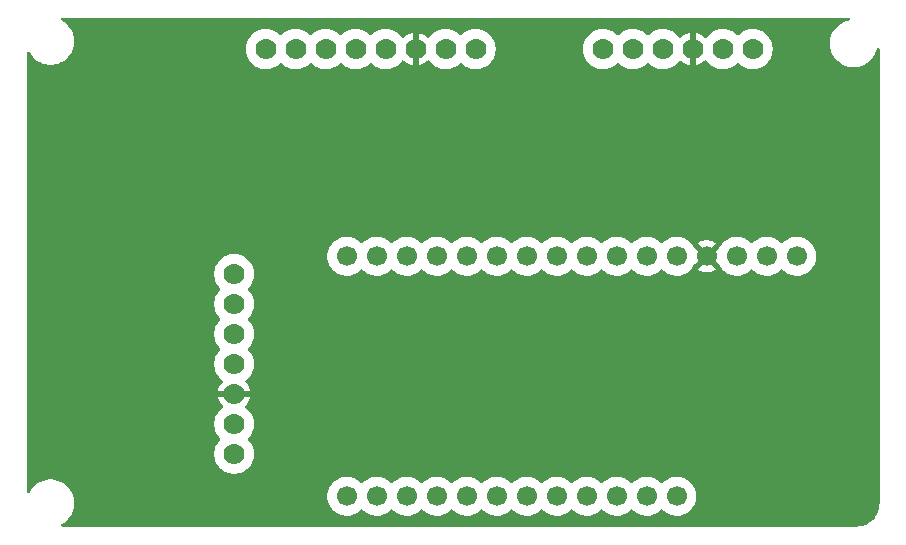
<source format=gbr>
%TF.GenerationSoftware,KiCad,Pcbnew,9.0.7*%
%TF.CreationDate,2026-02-03T16:32:22-08:00*%
%TF.ProjectId,BasicDatalogger,42617369-6344-4617-9461-6c6f67676572,rev?*%
%TF.SameCoordinates,Original*%
%TF.FileFunction,Copper,L2,Inr*%
%TF.FilePolarity,Positive*%
%FSLAX46Y46*%
G04 Gerber Fmt 4.6, Leading zero omitted, Abs format (unit mm)*
G04 Created by KiCad (PCBNEW 9.0.7) date 2026-02-03 16:32:22*
%MOMM*%
%LPD*%
G01*
G04 APERTURE LIST*
%TA.AperFunction,ComponentPad*%
%ADD10C,1.700000*%
%TD*%
%TA.AperFunction,ComponentPad*%
%ADD11C,1.778000*%
%TD*%
%TA.AperFunction,ViaPad*%
%ADD12C,0.900000*%
%TD*%
G04 APERTURE END LIST*
D10*
%TO.N,unconnected-(U1-VBat-Pad28)*%
%TO.C,U1*%
X128920000Y-70320000D03*
%TO.N,unconnected-(U1-ENABLE-Pad27)*%
X126380000Y-70320000D03*
%TO.N,unconnected-(U1-Vbus-Pad26)*%
X123840000Y-70320000D03*
%TO.N,unconnected-(U1-D13{slash}GPIO13-Pad25)*%
X121300000Y-70320000D03*
%TO.N,unconnected-(U1-D12{slash}GPIO12-Pad24)*%
X118760000Y-70320000D03*
%TO.N,unconnected-(U1-D11{slash}GPIO11-Pad23)*%
X116220000Y-70320000D03*
%TO.N,unconnected-(U1-D10{slash}GPIO10-Pad22)*%
X113680000Y-70320000D03*
%TO.N,unconnected-(U1-D9{slash}GPIO9-Pad21)*%
X111140000Y-70320000D03*
%TO.N,unconnected-(U1-D6{slash}GPIO8-Pad20)*%
X108600000Y-70320000D03*
%TO.N,unconnected-(U1-D5{slash}GPIO7-Pad19)*%
X106060000Y-70320000D03*
%TO.N,/SCL*%
X103520000Y-70320000D03*
%TO.N,/SDA*%
X100980000Y-70320000D03*
%TO.N,unconnected-(U1-D4{slash}GPIO6-Pad16)*%
X100980000Y-50000000D03*
%TO.N,unconnected-(U1-TX{slash}GPIO0-Pad15)*%
X103520000Y-50000000D03*
%TO.N,/CS*%
X106060000Y-50000000D03*
%TO.N,/MISO*%
X108600000Y-50000000D03*
%TO.N,/MOSI*%
X111140000Y-50000000D03*
%TO.N,/SCK*%
X113680000Y-50000000D03*
%TO.N,unconnected-(U1-D25{slash}GPIO25-Pad10)*%
X116220000Y-50000000D03*
%TO.N,unconnected-(U1-D24{slash}GPIO24-Pad9)*%
X118760000Y-50000000D03*
%TO.N,unconnected-(U1-A3{slash}GPIO29-Pad8)*%
X121300000Y-50000000D03*
%TO.N,unconnected-(U1-A2{slash}GPIO28-Pad7)*%
X123840000Y-50000000D03*
%TO.N,unconnected-(U1-A1{slash}GPIO27-Pad6)*%
X126380000Y-50000000D03*
%TO.N,unconnected-(U1-A0{slash}GPIO26-Pad5)*%
X128920000Y-50000000D03*
%TO.N,/GND*%
X131460000Y-50000000D03*
%TO.N,/3V3*%
X134000000Y-50000000D03*
X136540000Y-50000000D03*
%TO.N,unconnected-(U1-RESET-Pad1)*%
X139080000Y-50000000D03*
%TD*%
D11*
%TO.N,/3V3*%
%TO.C,U4*%
X91450000Y-66720000D03*
%TO.N,unconnected-(U4-3V3-Pad2)*%
X91450000Y-64180000D03*
%TO.N,/GND*%
X91450000Y-61640000D03*
%TO.N,/SCK*%
X91450000Y-59100000D03*
%TO.N,/MISO*%
X91450000Y-56560000D03*
%TO.N,/MOSI*%
X91450000Y-54020000D03*
%TO.N,/CS*%
X91450000Y-51480000D03*
%TD*%
%TO.N,/3V3*%
%TO.C,U3*%
X135350000Y-32450000D03*
%TO.N,unconnected-(U3-3Vo-Pad2)*%
X132810000Y-32450000D03*
%TO.N,/GND*%
X130270000Y-32450000D03*
%TO.N,/SCL*%
X127730000Y-32450000D03*
%TO.N,/SDA*%
X125190000Y-32450000D03*
%TO.N,unconnected-(U3-INT2-Pad6)*%
X122650000Y-32450000D03*
%TD*%
%TO.N,unconnected-(U2-INT-Pad8)*%
%TO.C,U2*%
X94110000Y-32450000D03*
%TO.N,unconnected-(U2-CS-Pad7)*%
X96650000Y-32450000D03*
%TO.N,/SDA*%
X99190000Y-32450000D03*
%TO.N,unconnected-(U2-SDO-Pad5)*%
X101730000Y-32450000D03*
%TO.N,/SCL*%
X104270000Y-32450000D03*
%TO.N,/GND*%
X106810000Y-32450000D03*
%TO.N,unconnected-(U2-3Vo-Pad2)*%
X109350000Y-32450000D03*
%TO.N,/3V3*%
X111890000Y-32450000D03*
%TD*%
D12*
%TO.N,/GND*%
X93400000Y-61700000D03*
X89300000Y-61600000D03*
X131400000Y-47000000D03*
X130300000Y-34200000D03*
X106700000Y-34400000D03*
X134200000Y-57000000D03*
X79700000Y-70900000D03*
X77700000Y-42000000D03*
X85600000Y-32600000D03*
X100300000Y-57300000D03*
X97000000Y-70400000D03*
X86900000Y-41200000D03*
X81300000Y-53200000D03*
X97100000Y-49800000D03*
X97900000Y-53800000D03*
X121000000Y-64300000D03*
%TD*%
%TA.AperFunction,Conductor*%
%TO.N,/GND*%
G36*
X143504477Y-29820185D02*
G01*
X143550232Y-29872989D01*
X143560176Y-29942147D01*
X143531151Y-30005703D01*
X143472373Y-30043477D01*
X143469565Y-30044265D01*
X143339859Y-30079020D01*
X143255581Y-30101602D01*
X143255571Y-30101605D01*
X143013309Y-30201953D01*
X143013299Y-30201958D01*
X142786196Y-30333075D01*
X142578148Y-30492718D01*
X142392718Y-30678148D01*
X142233075Y-30886196D01*
X142101958Y-31113299D01*
X142101953Y-31113309D01*
X142001605Y-31355571D01*
X142001602Y-31355581D01*
X141933730Y-31608885D01*
X141899500Y-31868872D01*
X141899500Y-32131127D01*
X141926123Y-32333339D01*
X141933730Y-32391116D01*
X141982365Y-32572624D01*
X142001602Y-32644418D01*
X142001605Y-32644428D01*
X142101953Y-32886690D01*
X142101958Y-32886700D01*
X142233075Y-33113803D01*
X142392718Y-33321851D01*
X142392726Y-33321860D01*
X142578140Y-33507274D01*
X142578148Y-33507281D01*
X142786196Y-33666924D01*
X143013299Y-33798041D01*
X143013309Y-33798046D01*
X143255571Y-33898394D01*
X143255581Y-33898398D01*
X143508884Y-33966270D01*
X143768880Y-34000500D01*
X143768887Y-34000500D01*
X144031113Y-34000500D01*
X144031120Y-34000500D01*
X144291116Y-33966270D01*
X144544419Y-33898398D01*
X144741614Y-33816717D01*
X144786690Y-33798046D01*
X144786691Y-33798045D01*
X144786697Y-33798043D01*
X145013803Y-33666924D01*
X145221851Y-33507282D01*
X145221855Y-33507277D01*
X145221860Y-33507274D01*
X145407274Y-33321860D01*
X145407277Y-33321855D01*
X145407282Y-33321851D01*
X145566924Y-33113803D01*
X145698043Y-32886697D01*
X145798398Y-32644419D01*
X145855725Y-32430467D01*
X145892090Y-32370808D01*
X145954937Y-32340279D01*
X146024312Y-32348574D01*
X146078190Y-32393059D01*
X146099465Y-32459611D01*
X146099500Y-32462562D01*
X146099500Y-70895933D01*
X146099235Y-70904043D01*
X146082925Y-71152883D01*
X146080807Y-71168964D01*
X146032954Y-71409535D01*
X146028756Y-71425202D01*
X145949909Y-71657479D01*
X145943702Y-71672465D01*
X145835212Y-71892460D01*
X145827102Y-71906507D01*
X145690825Y-72110460D01*
X145680951Y-72123328D01*
X145519218Y-72307749D01*
X145507749Y-72319218D01*
X145323328Y-72480951D01*
X145310460Y-72490825D01*
X145106507Y-72627102D01*
X145092460Y-72635212D01*
X144872465Y-72743702D01*
X144857479Y-72749909D01*
X144625202Y-72828756D01*
X144609535Y-72832954D01*
X144368964Y-72880807D01*
X144352883Y-72882925D01*
X144104043Y-72899235D01*
X144095933Y-72899500D01*
X76900538Y-72899500D01*
X76833499Y-72879815D01*
X76787744Y-72827011D01*
X76777800Y-72757853D01*
X76806825Y-72694297D01*
X76838538Y-72668113D01*
X77013803Y-72566924D01*
X77221851Y-72407282D01*
X77221855Y-72407277D01*
X77221860Y-72407274D01*
X77407274Y-72221860D01*
X77407277Y-72221855D01*
X77407282Y-72221851D01*
X77566924Y-72013803D01*
X77698043Y-71786697D01*
X77798398Y-71544419D01*
X77866270Y-71291116D01*
X77900500Y-71031120D01*
X77900500Y-70768880D01*
X77866270Y-70508884D01*
X77798398Y-70255581D01*
X77771274Y-70190097D01*
X99329500Y-70190097D01*
X99329500Y-70449902D01*
X99370140Y-70706493D01*
X99450422Y-70953576D01*
X99531534Y-71112764D01*
X99560169Y-71168964D01*
X99568368Y-71185054D01*
X99702758Y-71370026D01*
X99721069Y-71395229D01*
X99904771Y-71578931D01*
X100114949Y-71731634D01*
X100212777Y-71781480D01*
X100346423Y-71849577D01*
X100346425Y-71849577D01*
X100346428Y-71849579D01*
X100593507Y-71929860D01*
X100725706Y-71950797D01*
X100850098Y-71970500D01*
X100850103Y-71970500D01*
X101109902Y-71970500D01*
X101223298Y-71952539D01*
X101366493Y-71929860D01*
X101613572Y-71849579D01*
X101845051Y-71731634D01*
X102055229Y-71578931D01*
X102162319Y-71471841D01*
X102223642Y-71438356D01*
X102293334Y-71443340D01*
X102337681Y-71471841D01*
X102444771Y-71578931D01*
X102654949Y-71731634D01*
X102752777Y-71781480D01*
X102886423Y-71849577D01*
X102886425Y-71849577D01*
X102886428Y-71849579D01*
X103133507Y-71929860D01*
X103265706Y-71950797D01*
X103390098Y-71970500D01*
X103390103Y-71970500D01*
X103649902Y-71970500D01*
X103763298Y-71952539D01*
X103906493Y-71929860D01*
X104153572Y-71849579D01*
X104385051Y-71731634D01*
X104595229Y-71578931D01*
X104702319Y-71471841D01*
X104763642Y-71438356D01*
X104833334Y-71443340D01*
X104877681Y-71471841D01*
X104984771Y-71578931D01*
X105194949Y-71731634D01*
X105292777Y-71781480D01*
X105426423Y-71849577D01*
X105426425Y-71849577D01*
X105426428Y-71849579D01*
X105673507Y-71929860D01*
X105805706Y-71950797D01*
X105930098Y-71970500D01*
X105930103Y-71970500D01*
X106189902Y-71970500D01*
X106303298Y-71952539D01*
X106446493Y-71929860D01*
X106693572Y-71849579D01*
X106925051Y-71731634D01*
X107135229Y-71578931D01*
X107242319Y-71471841D01*
X107303642Y-71438356D01*
X107373334Y-71443340D01*
X107417681Y-71471841D01*
X107524771Y-71578931D01*
X107734949Y-71731634D01*
X107832777Y-71781480D01*
X107966423Y-71849577D01*
X107966425Y-71849577D01*
X107966428Y-71849579D01*
X108213507Y-71929860D01*
X108345706Y-71950797D01*
X108470098Y-71970500D01*
X108470103Y-71970500D01*
X108729902Y-71970500D01*
X108843298Y-71952539D01*
X108986493Y-71929860D01*
X109233572Y-71849579D01*
X109465051Y-71731634D01*
X109675229Y-71578931D01*
X109782319Y-71471841D01*
X109843642Y-71438356D01*
X109913334Y-71443340D01*
X109957681Y-71471841D01*
X110064771Y-71578931D01*
X110274949Y-71731634D01*
X110372777Y-71781480D01*
X110506423Y-71849577D01*
X110506425Y-71849577D01*
X110506428Y-71849579D01*
X110753507Y-71929860D01*
X110885706Y-71950797D01*
X111010098Y-71970500D01*
X111010103Y-71970500D01*
X111269902Y-71970500D01*
X111383298Y-71952539D01*
X111526493Y-71929860D01*
X111773572Y-71849579D01*
X112005051Y-71731634D01*
X112215229Y-71578931D01*
X112322319Y-71471841D01*
X112383642Y-71438356D01*
X112453334Y-71443340D01*
X112497681Y-71471841D01*
X112604771Y-71578931D01*
X112814949Y-71731634D01*
X112912777Y-71781480D01*
X113046423Y-71849577D01*
X113046425Y-71849577D01*
X113046428Y-71849579D01*
X113293507Y-71929860D01*
X113425706Y-71950797D01*
X113550098Y-71970500D01*
X113550103Y-71970500D01*
X113809902Y-71970500D01*
X113923298Y-71952539D01*
X114066493Y-71929860D01*
X114313572Y-71849579D01*
X114545051Y-71731634D01*
X114755229Y-71578931D01*
X114862319Y-71471841D01*
X114923642Y-71438356D01*
X114993334Y-71443340D01*
X115037681Y-71471841D01*
X115144771Y-71578931D01*
X115354949Y-71731634D01*
X115452777Y-71781480D01*
X115586423Y-71849577D01*
X115586425Y-71849577D01*
X115586428Y-71849579D01*
X115833507Y-71929860D01*
X115965706Y-71950797D01*
X116090098Y-71970500D01*
X116090103Y-71970500D01*
X116349902Y-71970500D01*
X116463298Y-71952539D01*
X116606493Y-71929860D01*
X116853572Y-71849579D01*
X117085051Y-71731634D01*
X117295229Y-71578931D01*
X117402319Y-71471841D01*
X117463642Y-71438356D01*
X117533334Y-71443340D01*
X117577681Y-71471841D01*
X117684771Y-71578931D01*
X117894949Y-71731634D01*
X117992777Y-71781480D01*
X118126423Y-71849577D01*
X118126425Y-71849577D01*
X118126428Y-71849579D01*
X118373507Y-71929860D01*
X118505706Y-71950797D01*
X118630098Y-71970500D01*
X118630103Y-71970500D01*
X118889902Y-71970500D01*
X119003298Y-71952539D01*
X119146493Y-71929860D01*
X119393572Y-71849579D01*
X119625051Y-71731634D01*
X119835229Y-71578931D01*
X119942319Y-71471841D01*
X120003642Y-71438356D01*
X120073334Y-71443340D01*
X120117681Y-71471841D01*
X120224771Y-71578931D01*
X120434949Y-71731634D01*
X120532777Y-71781480D01*
X120666423Y-71849577D01*
X120666425Y-71849577D01*
X120666428Y-71849579D01*
X120913507Y-71929860D01*
X121045706Y-71950797D01*
X121170098Y-71970500D01*
X121170103Y-71970500D01*
X121429902Y-71970500D01*
X121543298Y-71952539D01*
X121686493Y-71929860D01*
X121933572Y-71849579D01*
X122165051Y-71731634D01*
X122375229Y-71578931D01*
X122482319Y-71471841D01*
X122543642Y-71438356D01*
X122613334Y-71443340D01*
X122657681Y-71471841D01*
X122764771Y-71578931D01*
X122974949Y-71731634D01*
X123072777Y-71781480D01*
X123206423Y-71849577D01*
X123206425Y-71849577D01*
X123206428Y-71849579D01*
X123453507Y-71929860D01*
X123585706Y-71950797D01*
X123710098Y-71970500D01*
X123710103Y-71970500D01*
X123969902Y-71970500D01*
X124083298Y-71952539D01*
X124226493Y-71929860D01*
X124473572Y-71849579D01*
X124705051Y-71731634D01*
X124915229Y-71578931D01*
X125022319Y-71471841D01*
X125083642Y-71438356D01*
X125153334Y-71443340D01*
X125197681Y-71471841D01*
X125304771Y-71578931D01*
X125514949Y-71731634D01*
X125612777Y-71781480D01*
X125746423Y-71849577D01*
X125746425Y-71849577D01*
X125746428Y-71849579D01*
X125993507Y-71929860D01*
X126125706Y-71950797D01*
X126250098Y-71970500D01*
X126250103Y-71970500D01*
X126509902Y-71970500D01*
X126623298Y-71952539D01*
X126766493Y-71929860D01*
X127013572Y-71849579D01*
X127245051Y-71731634D01*
X127455229Y-71578931D01*
X127562319Y-71471841D01*
X127623642Y-71438356D01*
X127693334Y-71443340D01*
X127737681Y-71471841D01*
X127844771Y-71578931D01*
X128054949Y-71731634D01*
X128152777Y-71781480D01*
X128286423Y-71849577D01*
X128286425Y-71849577D01*
X128286428Y-71849579D01*
X128533507Y-71929860D01*
X128665706Y-71950797D01*
X128790098Y-71970500D01*
X128790103Y-71970500D01*
X129049902Y-71970500D01*
X129163298Y-71952539D01*
X129306493Y-71929860D01*
X129553572Y-71849579D01*
X129785051Y-71731634D01*
X129995229Y-71578931D01*
X130178931Y-71395229D01*
X130331634Y-71185051D01*
X130449579Y-70953572D01*
X130529860Y-70706493D01*
X130552539Y-70563298D01*
X130570500Y-70449902D01*
X130570500Y-70190097D01*
X130542498Y-70013303D01*
X130529860Y-69933507D01*
X130449579Y-69686428D01*
X130449577Y-69686425D01*
X130449577Y-69686423D01*
X130394403Y-69578140D01*
X130331634Y-69454949D01*
X130178931Y-69244771D01*
X129995229Y-69061069D01*
X129785051Y-68908366D01*
X129712764Y-68871534D01*
X129553576Y-68790422D01*
X129306493Y-68710140D01*
X129049902Y-68669500D01*
X129049897Y-68669500D01*
X128790103Y-68669500D01*
X128790098Y-68669500D01*
X128533506Y-68710140D01*
X128286423Y-68790422D01*
X128054945Y-68908368D01*
X127844774Y-69061066D01*
X127844768Y-69061071D01*
X127737681Y-69168159D01*
X127676358Y-69201644D01*
X127606666Y-69196660D01*
X127562319Y-69168159D01*
X127455231Y-69061071D01*
X127455225Y-69061066D01*
X127245054Y-68908368D01*
X127245053Y-68908367D01*
X127245051Y-68908366D01*
X127172764Y-68871534D01*
X127013576Y-68790422D01*
X126766493Y-68710140D01*
X126509902Y-68669500D01*
X126509897Y-68669500D01*
X126250103Y-68669500D01*
X126250098Y-68669500D01*
X125993506Y-68710140D01*
X125746423Y-68790422D01*
X125514945Y-68908368D01*
X125304774Y-69061066D01*
X125304768Y-69061071D01*
X125197681Y-69168159D01*
X125136358Y-69201644D01*
X125066666Y-69196660D01*
X125022319Y-69168159D01*
X124915231Y-69061071D01*
X124915225Y-69061066D01*
X124705054Y-68908368D01*
X124705053Y-68908367D01*
X124705051Y-68908366D01*
X124632764Y-68871534D01*
X124473576Y-68790422D01*
X124226493Y-68710140D01*
X123969902Y-68669500D01*
X123969897Y-68669500D01*
X123710103Y-68669500D01*
X123710098Y-68669500D01*
X123453506Y-68710140D01*
X123206423Y-68790422D01*
X122974945Y-68908368D01*
X122764774Y-69061066D01*
X122764768Y-69061071D01*
X122657681Y-69168159D01*
X122596358Y-69201644D01*
X122526666Y-69196660D01*
X122482319Y-69168159D01*
X122375231Y-69061071D01*
X122375225Y-69061066D01*
X122165054Y-68908368D01*
X122165053Y-68908367D01*
X122165051Y-68908366D01*
X122092764Y-68871534D01*
X121933576Y-68790422D01*
X121686493Y-68710140D01*
X121429902Y-68669500D01*
X121429897Y-68669500D01*
X121170103Y-68669500D01*
X121170098Y-68669500D01*
X120913506Y-68710140D01*
X120666423Y-68790422D01*
X120434945Y-68908368D01*
X120224774Y-69061066D01*
X120224768Y-69061071D01*
X120117681Y-69168159D01*
X120056358Y-69201644D01*
X119986666Y-69196660D01*
X119942319Y-69168159D01*
X119835231Y-69061071D01*
X119835225Y-69061066D01*
X119625054Y-68908368D01*
X119625053Y-68908367D01*
X119625051Y-68908366D01*
X119552764Y-68871534D01*
X119393576Y-68790422D01*
X119146493Y-68710140D01*
X118889902Y-68669500D01*
X118889897Y-68669500D01*
X118630103Y-68669500D01*
X118630098Y-68669500D01*
X118373506Y-68710140D01*
X118126423Y-68790422D01*
X117894945Y-68908368D01*
X117684774Y-69061066D01*
X117684768Y-69061071D01*
X117577681Y-69168159D01*
X117516358Y-69201644D01*
X117446666Y-69196660D01*
X117402319Y-69168159D01*
X117295231Y-69061071D01*
X117295225Y-69061066D01*
X117085054Y-68908368D01*
X117085053Y-68908367D01*
X117085051Y-68908366D01*
X117012764Y-68871534D01*
X116853576Y-68790422D01*
X116606493Y-68710140D01*
X116349902Y-68669500D01*
X116349897Y-68669500D01*
X116090103Y-68669500D01*
X116090098Y-68669500D01*
X115833506Y-68710140D01*
X115586423Y-68790422D01*
X115354945Y-68908368D01*
X115144774Y-69061066D01*
X115144768Y-69061071D01*
X115037681Y-69168159D01*
X114976358Y-69201644D01*
X114906666Y-69196660D01*
X114862319Y-69168159D01*
X114755231Y-69061071D01*
X114755225Y-69061066D01*
X114545054Y-68908368D01*
X114545053Y-68908367D01*
X114545051Y-68908366D01*
X114472764Y-68871534D01*
X114313576Y-68790422D01*
X114066493Y-68710140D01*
X113809902Y-68669500D01*
X113809897Y-68669500D01*
X113550103Y-68669500D01*
X113550098Y-68669500D01*
X113293506Y-68710140D01*
X113046423Y-68790422D01*
X112814945Y-68908368D01*
X112604774Y-69061066D01*
X112604768Y-69061071D01*
X112497681Y-69168159D01*
X112436358Y-69201644D01*
X112366666Y-69196660D01*
X112322319Y-69168159D01*
X112215231Y-69061071D01*
X112215225Y-69061066D01*
X112005054Y-68908368D01*
X112005053Y-68908367D01*
X112005051Y-68908366D01*
X111932764Y-68871534D01*
X111773576Y-68790422D01*
X111526493Y-68710140D01*
X111269902Y-68669500D01*
X111269897Y-68669500D01*
X111010103Y-68669500D01*
X111010098Y-68669500D01*
X110753506Y-68710140D01*
X110506423Y-68790422D01*
X110274945Y-68908368D01*
X110064774Y-69061066D01*
X110064768Y-69061071D01*
X109957681Y-69168159D01*
X109896358Y-69201644D01*
X109826666Y-69196660D01*
X109782319Y-69168159D01*
X109675231Y-69061071D01*
X109675225Y-69061066D01*
X109465054Y-68908368D01*
X109465053Y-68908367D01*
X109465051Y-68908366D01*
X109392764Y-68871534D01*
X109233576Y-68790422D01*
X108986493Y-68710140D01*
X108729902Y-68669500D01*
X108729897Y-68669500D01*
X108470103Y-68669500D01*
X108470098Y-68669500D01*
X108213506Y-68710140D01*
X107966423Y-68790422D01*
X107734945Y-68908368D01*
X107524774Y-69061066D01*
X107524768Y-69061071D01*
X107417681Y-69168159D01*
X107356358Y-69201644D01*
X107286666Y-69196660D01*
X107242319Y-69168159D01*
X107135231Y-69061071D01*
X107135225Y-69061066D01*
X106925054Y-68908368D01*
X106925053Y-68908367D01*
X106925051Y-68908366D01*
X106852764Y-68871534D01*
X106693576Y-68790422D01*
X106446493Y-68710140D01*
X106189902Y-68669500D01*
X106189897Y-68669500D01*
X105930103Y-68669500D01*
X105930098Y-68669500D01*
X105673506Y-68710140D01*
X105426423Y-68790422D01*
X105194945Y-68908368D01*
X104984774Y-69061066D01*
X104984768Y-69061071D01*
X104877681Y-69168159D01*
X104816358Y-69201644D01*
X104746666Y-69196660D01*
X104702319Y-69168159D01*
X104595231Y-69061071D01*
X104595225Y-69061066D01*
X104385054Y-68908368D01*
X104385053Y-68908367D01*
X104385051Y-68908366D01*
X104312764Y-68871534D01*
X104153576Y-68790422D01*
X103906493Y-68710140D01*
X103649902Y-68669500D01*
X103649897Y-68669500D01*
X103390103Y-68669500D01*
X103390098Y-68669500D01*
X103133506Y-68710140D01*
X102886423Y-68790422D01*
X102654945Y-68908368D01*
X102444774Y-69061066D01*
X102444768Y-69061071D01*
X102337681Y-69168159D01*
X102276358Y-69201644D01*
X102206666Y-69196660D01*
X102162319Y-69168159D01*
X102055231Y-69061071D01*
X102055225Y-69061066D01*
X101845054Y-68908368D01*
X101845053Y-68908367D01*
X101845051Y-68908366D01*
X101772764Y-68871534D01*
X101613576Y-68790422D01*
X101366493Y-68710140D01*
X101109902Y-68669500D01*
X101109897Y-68669500D01*
X100850103Y-68669500D01*
X100850098Y-68669500D01*
X100593506Y-68710140D01*
X100346423Y-68790422D01*
X100114945Y-68908368D01*
X99904774Y-69061066D01*
X99904768Y-69061071D01*
X99721071Y-69244768D01*
X99721066Y-69244774D01*
X99568368Y-69454945D01*
X99450422Y-69686423D01*
X99370140Y-69933506D01*
X99329500Y-70190097D01*
X77771274Y-70190097D01*
X77700204Y-70018520D01*
X77698046Y-70013309D01*
X77698041Y-70013299D01*
X77566924Y-69786196D01*
X77407281Y-69578148D01*
X77407274Y-69578140D01*
X77221860Y-69392726D01*
X77221851Y-69392718D01*
X77013803Y-69233075D01*
X76786700Y-69101958D01*
X76786690Y-69101953D01*
X76544428Y-69001605D01*
X76544421Y-69001603D01*
X76544419Y-69001602D01*
X76291116Y-68933730D01*
X76233339Y-68926123D01*
X76031127Y-68899500D01*
X76031120Y-68899500D01*
X75768880Y-68899500D01*
X75768872Y-68899500D01*
X75537772Y-68929926D01*
X75508884Y-68933730D01*
X75255581Y-69001602D01*
X75255571Y-69001605D01*
X75013309Y-69101953D01*
X75013299Y-69101958D01*
X74786196Y-69233075D01*
X74578148Y-69392718D01*
X74392718Y-69578148D01*
X74233075Y-69786196D01*
X74131887Y-69961462D01*
X74081320Y-70009677D01*
X74012713Y-70022901D01*
X73947849Y-69996933D01*
X73907320Y-69940019D01*
X73900500Y-69899462D01*
X73900500Y-51369256D01*
X89760500Y-51369256D01*
X89760500Y-51590743D01*
X89789408Y-51810311D01*
X89846729Y-52024239D01*
X89931480Y-52228846D01*
X89931485Y-52228857D01*
X90042213Y-52420642D01*
X90042224Y-52420658D01*
X90177039Y-52596353D01*
X90177045Y-52596360D01*
X90243004Y-52662319D01*
X90276489Y-52723642D01*
X90271505Y-52793334D01*
X90243004Y-52837681D01*
X90177045Y-52903639D01*
X90177039Y-52903646D01*
X90042224Y-53079341D01*
X90042213Y-53079357D01*
X89931485Y-53271142D01*
X89931480Y-53271153D01*
X89846729Y-53475760D01*
X89789408Y-53689688D01*
X89760500Y-53909256D01*
X89760500Y-54130743D01*
X89789408Y-54350311D01*
X89846729Y-54564239D01*
X89931480Y-54768846D01*
X89931485Y-54768857D01*
X90042213Y-54960642D01*
X90042224Y-54960658D01*
X90177039Y-55136353D01*
X90177045Y-55136360D01*
X90243004Y-55202319D01*
X90276489Y-55263642D01*
X90271505Y-55333334D01*
X90243004Y-55377681D01*
X90177045Y-55443639D01*
X90177039Y-55443646D01*
X90042224Y-55619341D01*
X90042213Y-55619357D01*
X89931485Y-55811142D01*
X89931480Y-55811153D01*
X89846729Y-56015760D01*
X89789408Y-56229688D01*
X89760500Y-56449256D01*
X89760500Y-56670743D01*
X89789408Y-56890311D01*
X89846729Y-57104239D01*
X89931480Y-57308846D01*
X89931485Y-57308857D01*
X90042213Y-57500642D01*
X90042224Y-57500658D01*
X90177039Y-57676353D01*
X90177045Y-57676360D01*
X90243004Y-57742319D01*
X90276489Y-57803642D01*
X90271505Y-57873334D01*
X90243004Y-57917681D01*
X90177045Y-57983639D01*
X90177039Y-57983646D01*
X90042224Y-58159341D01*
X90042213Y-58159357D01*
X89931485Y-58351142D01*
X89931480Y-58351153D01*
X89846729Y-58555760D01*
X89789408Y-58769688D01*
X89760500Y-58989256D01*
X89760500Y-59210743D01*
X89789408Y-59430311D01*
X89846729Y-59644239D01*
X89931480Y-59848846D01*
X89931485Y-59848857D01*
X90042213Y-60040642D01*
X90042224Y-60040658D01*
X90177039Y-60216353D01*
X90177045Y-60216360D01*
X90333639Y-60372954D01*
X90333646Y-60372960D01*
X90458579Y-60468824D01*
X90499782Y-60525252D01*
X90503937Y-60594998D01*
X90470775Y-60654880D01*
X90390528Y-60735128D01*
X90390524Y-60735133D01*
X90262023Y-60912001D01*
X90162762Y-61106808D01*
X90162761Y-61106811D01*
X90095201Y-61314741D01*
X90083282Y-61390000D01*
X91016988Y-61390000D01*
X90984075Y-61447007D01*
X90950000Y-61574174D01*
X90950000Y-61705826D01*
X90984075Y-61832993D01*
X91016988Y-61890000D01*
X90083282Y-61890000D01*
X90095201Y-61965258D01*
X90162761Y-62173188D01*
X90162762Y-62173191D01*
X90262023Y-62367998D01*
X90390524Y-62544866D01*
X90390528Y-62544871D01*
X90470774Y-62625117D01*
X90504259Y-62686440D01*
X90499275Y-62756132D01*
X90458580Y-62811173D01*
X90333649Y-62907037D01*
X90333639Y-62907045D01*
X90177045Y-63063639D01*
X90177039Y-63063646D01*
X90042224Y-63239341D01*
X90042213Y-63239357D01*
X89931485Y-63431142D01*
X89931480Y-63431153D01*
X89846729Y-63635760D01*
X89789408Y-63849688D01*
X89760500Y-64069256D01*
X89760500Y-64290743D01*
X89789408Y-64510311D01*
X89846729Y-64724239D01*
X89931480Y-64928846D01*
X89931485Y-64928857D01*
X90042213Y-65120642D01*
X90042224Y-65120658D01*
X90177039Y-65296353D01*
X90177045Y-65296360D01*
X90243004Y-65362319D01*
X90276489Y-65423642D01*
X90271505Y-65493334D01*
X90243004Y-65537681D01*
X90177045Y-65603639D01*
X90177039Y-65603646D01*
X90042224Y-65779341D01*
X90042213Y-65779357D01*
X89931485Y-65971142D01*
X89931480Y-65971153D01*
X89846729Y-66175760D01*
X89789408Y-66389688D01*
X89760500Y-66609256D01*
X89760500Y-66830743D01*
X89789408Y-67050311D01*
X89846729Y-67264239D01*
X89931480Y-67468846D01*
X89931485Y-67468857D01*
X90042213Y-67660642D01*
X90042224Y-67660658D01*
X90177039Y-67836353D01*
X90177045Y-67836360D01*
X90333639Y-67992954D01*
X90333645Y-67992959D01*
X90509350Y-68127782D01*
X90509357Y-68127786D01*
X90701142Y-68238514D01*
X90701147Y-68238516D01*
X90701150Y-68238518D01*
X90803456Y-68280894D01*
X90905760Y-68323270D01*
X90905761Y-68323270D01*
X90905763Y-68323271D01*
X91119688Y-68380592D01*
X91339264Y-68409500D01*
X91339271Y-68409500D01*
X91560729Y-68409500D01*
X91560736Y-68409500D01*
X91780312Y-68380592D01*
X91994237Y-68323271D01*
X92198850Y-68238518D01*
X92390650Y-68127782D01*
X92566355Y-67992959D01*
X92722959Y-67836355D01*
X92857782Y-67660650D01*
X92968518Y-67468850D01*
X93053271Y-67264237D01*
X93110592Y-67050312D01*
X93139500Y-66830736D01*
X93139500Y-66609264D01*
X93110592Y-66389688D01*
X93053271Y-66175763D01*
X92968518Y-65971150D01*
X92968516Y-65971147D01*
X92968514Y-65971142D01*
X92857786Y-65779357D01*
X92857782Y-65779350D01*
X92722959Y-65603645D01*
X92656993Y-65537679D01*
X92623510Y-65476359D01*
X92628494Y-65406667D01*
X92656993Y-65362320D01*
X92722959Y-65296355D01*
X92857782Y-65120650D01*
X92968518Y-64928850D01*
X93053271Y-64724237D01*
X93110592Y-64510312D01*
X93139500Y-64290736D01*
X93139500Y-64069264D01*
X93110592Y-63849688D01*
X93053271Y-63635763D01*
X92968518Y-63431150D01*
X92968516Y-63431147D01*
X92968514Y-63431142D01*
X92857786Y-63239357D01*
X92857782Y-63239350D01*
X92722959Y-63063645D01*
X92722954Y-63063639D01*
X92566360Y-62907045D01*
X92566353Y-62907039D01*
X92441420Y-62811175D01*
X92400217Y-62754747D01*
X92396062Y-62685001D01*
X92429225Y-62625118D01*
X92509471Y-62544871D01*
X92509475Y-62544866D01*
X92637976Y-62367998D01*
X92737237Y-62173191D01*
X92737238Y-62173188D01*
X92804798Y-61965258D01*
X92816718Y-61890000D01*
X91883012Y-61890000D01*
X91915925Y-61832993D01*
X91950000Y-61705826D01*
X91950000Y-61574174D01*
X91915925Y-61447007D01*
X91883012Y-61390000D01*
X92816718Y-61390000D01*
X92804798Y-61314741D01*
X92737238Y-61106811D01*
X92737237Y-61106808D01*
X92637976Y-60912001D01*
X92509475Y-60735133D01*
X92509471Y-60735128D01*
X92429225Y-60654882D01*
X92395740Y-60593559D01*
X92400724Y-60523867D01*
X92441420Y-60468825D01*
X92466863Y-60449301D01*
X92566355Y-60372959D01*
X92722959Y-60216355D01*
X92857782Y-60040650D01*
X92968518Y-59848850D01*
X93053271Y-59644237D01*
X93110592Y-59430312D01*
X93139500Y-59210736D01*
X93139500Y-58989264D01*
X93110592Y-58769688D01*
X93053271Y-58555763D01*
X92968518Y-58351150D01*
X92968516Y-58351147D01*
X92968514Y-58351142D01*
X92857786Y-58159357D01*
X92857782Y-58159350D01*
X92722959Y-57983645D01*
X92656993Y-57917679D01*
X92623510Y-57856359D01*
X92628494Y-57786667D01*
X92656993Y-57742320D01*
X92722959Y-57676355D01*
X92857782Y-57500650D01*
X92968518Y-57308850D01*
X93053271Y-57104237D01*
X93110592Y-56890312D01*
X93139500Y-56670736D01*
X93139500Y-56449264D01*
X93110592Y-56229688D01*
X93053271Y-56015763D01*
X92968518Y-55811150D01*
X92968516Y-55811147D01*
X92968514Y-55811142D01*
X92857786Y-55619357D01*
X92857782Y-55619350D01*
X92722959Y-55443645D01*
X92656993Y-55377679D01*
X92623510Y-55316359D01*
X92628494Y-55246667D01*
X92656993Y-55202320D01*
X92722959Y-55136355D01*
X92857782Y-54960650D01*
X92968518Y-54768850D01*
X93053271Y-54564237D01*
X93110592Y-54350312D01*
X93139500Y-54130736D01*
X93139500Y-53909264D01*
X93110592Y-53689688D01*
X93053271Y-53475763D01*
X92968518Y-53271150D01*
X92968516Y-53271147D01*
X92968514Y-53271142D01*
X92857786Y-53079357D01*
X92857782Y-53079350D01*
X92722959Y-52903645D01*
X92656993Y-52837679D01*
X92623510Y-52776359D01*
X92628494Y-52706667D01*
X92656993Y-52662320D01*
X92722959Y-52596355D01*
X92857782Y-52420650D01*
X92968518Y-52228850D01*
X93053271Y-52024237D01*
X93110592Y-51810312D01*
X93139500Y-51590736D01*
X93139500Y-51369264D01*
X93110592Y-51149688D01*
X93053271Y-50935763D01*
X93023980Y-50865049D01*
X92968519Y-50731153D01*
X92968514Y-50731142D01*
X92857786Y-50539357D01*
X92857782Y-50539350D01*
X92722959Y-50363645D01*
X92722954Y-50363639D01*
X92566360Y-50207045D01*
X92566353Y-50207039D01*
X92390658Y-50072224D01*
X92390656Y-50072222D01*
X92390650Y-50072218D01*
X92390645Y-50072215D01*
X92390642Y-50072213D01*
X92218139Y-49972618D01*
X92198857Y-49961485D01*
X92198846Y-49961480D01*
X91994239Y-49876729D01*
X91969488Y-49870097D01*
X99329500Y-49870097D01*
X99329500Y-50129902D01*
X99370140Y-50386493D01*
X99450422Y-50633576D01*
X99500141Y-50731153D01*
X99568366Y-50865051D01*
X99721069Y-51075229D01*
X99904771Y-51258931D01*
X100114949Y-51411634D01*
X100262445Y-51486787D01*
X100346423Y-51529577D01*
X100346425Y-51529577D01*
X100346428Y-51529579D01*
X100593507Y-51609860D01*
X100725706Y-51630797D01*
X100850098Y-51650500D01*
X100850103Y-51650500D01*
X101109902Y-51650500D01*
X101223298Y-51632539D01*
X101366493Y-51609860D01*
X101613572Y-51529579D01*
X101845051Y-51411634D01*
X102055229Y-51258931D01*
X102162319Y-51151841D01*
X102223642Y-51118356D01*
X102293334Y-51123340D01*
X102337681Y-51151841D01*
X102444771Y-51258931D01*
X102654949Y-51411634D01*
X102802445Y-51486787D01*
X102886423Y-51529577D01*
X102886425Y-51529577D01*
X102886428Y-51529579D01*
X103133507Y-51609860D01*
X103265706Y-51630797D01*
X103390098Y-51650500D01*
X103390103Y-51650500D01*
X103649902Y-51650500D01*
X103763298Y-51632539D01*
X103906493Y-51609860D01*
X104153572Y-51529579D01*
X104385051Y-51411634D01*
X104595229Y-51258931D01*
X104702319Y-51151841D01*
X104763642Y-51118356D01*
X104833334Y-51123340D01*
X104877681Y-51151841D01*
X104984771Y-51258931D01*
X105194949Y-51411634D01*
X105342445Y-51486787D01*
X105426423Y-51529577D01*
X105426425Y-51529577D01*
X105426428Y-51529579D01*
X105673507Y-51609860D01*
X105805706Y-51630797D01*
X105930098Y-51650500D01*
X105930103Y-51650500D01*
X106189902Y-51650500D01*
X106303298Y-51632539D01*
X106446493Y-51609860D01*
X106693572Y-51529579D01*
X106925051Y-51411634D01*
X107135229Y-51258931D01*
X107242319Y-51151841D01*
X107303642Y-51118356D01*
X107373334Y-51123340D01*
X107417681Y-51151841D01*
X107524771Y-51258931D01*
X107734949Y-51411634D01*
X107882445Y-51486787D01*
X107966423Y-51529577D01*
X107966425Y-51529577D01*
X107966428Y-51529579D01*
X108213507Y-51609860D01*
X108345706Y-51630797D01*
X108470098Y-51650500D01*
X108470103Y-51650500D01*
X108729902Y-51650500D01*
X108843298Y-51632539D01*
X108986493Y-51609860D01*
X109233572Y-51529579D01*
X109465051Y-51411634D01*
X109675229Y-51258931D01*
X109782319Y-51151841D01*
X109843642Y-51118356D01*
X109913334Y-51123340D01*
X109957681Y-51151841D01*
X110064771Y-51258931D01*
X110274949Y-51411634D01*
X110422445Y-51486787D01*
X110506423Y-51529577D01*
X110506425Y-51529577D01*
X110506428Y-51529579D01*
X110753507Y-51609860D01*
X110885706Y-51630797D01*
X111010098Y-51650500D01*
X111010103Y-51650500D01*
X111269902Y-51650500D01*
X111383298Y-51632539D01*
X111526493Y-51609860D01*
X111773572Y-51529579D01*
X112005051Y-51411634D01*
X112215229Y-51258931D01*
X112322319Y-51151841D01*
X112383642Y-51118356D01*
X112453334Y-51123340D01*
X112497681Y-51151841D01*
X112604771Y-51258931D01*
X112814949Y-51411634D01*
X112962445Y-51486787D01*
X113046423Y-51529577D01*
X113046425Y-51529577D01*
X113046428Y-51529579D01*
X113293507Y-51609860D01*
X113425706Y-51630797D01*
X113550098Y-51650500D01*
X113550103Y-51650500D01*
X113809902Y-51650500D01*
X113923298Y-51632539D01*
X114066493Y-51609860D01*
X114313572Y-51529579D01*
X114545051Y-51411634D01*
X114755229Y-51258931D01*
X114862319Y-51151841D01*
X114923642Y-51118356D01*
X114993334Y-51123340D01*
X115037681Y-51151841D01*
X115144771Y-51258931D01*
X115354949Y-51411634D01*
X115502445Y-51486787D01*
X115586423Y-51529577D01*
X115586425Y-51529577D01*
X115586428Y-51529579D01*
X115833507Y-51609860D01*
X115965706Y-51630797D01*
X116090098Y-51650500D01*
X116090103Y-51650500D01*
X116349902Y-51650500D01*
X116463298Y-51632539D01*
X116606493Y-51609860D01*
X116853572Y-51529579D01*
X117085051Y-51411634D01*
X117295229Y-51258931D01*
X117402319Y-51151841D01*
X117463642Y-51118356D01*
X117533334Y-51123340D01*
X117577681Y-51151841D01*
X117684771Y-51258931D01*
X117894949Y-51411634D01*
X118042445Y-51486787D01*
X118126423Y-51529577D01*
X118126425Y-51529577D01*
X118126428Y-51529579D01*
X118373507Y-51609860D01*
X118505706Y-51630797D01*
X118630098Y-51650500D01*
X118630103Y-51650500D01*
X118889902Y-51650500D01*
X119003298Y-51632539D01*
X119146493Y-51609860D01*
X119393572Y-51529579D01*
X119625051Y-51411634D01*
X119835229Y-51258931D01*
X119942319Y-51151841D01*
X120003642Y-51118356D01*
X120073334Y-51123340D01*
X120117681Y-51151841D01*
X120224771Y-51258931D01*
X120434949Y-51411634D01*
X120582445Y-51486787D01*
X120666423Y-51529577D01*
X120666425Y-51529577D01*
X120666428Y-51529579D01*
X120913507Y-51609860D01*
X121045706Y-51630797D01*
X121170098Y-51650500D01*
X121170103Y-51650500D01*
X121429902Y-51650500D01*
X121543298Y-51632539D01*
X121686493Y-51609860D01*
X121933572Y-51529579D01*
X122165051Y-51411634D01*
X122375229Y-51258931D01*
X122482319Y-51151841D01*
X122543642Y-51118356D01*
X122613334Y-51123340D01*
X122657681Y-51151841D01*
X122764771Y-51258931D01*
X122974949Y-51411634D01*
X123122445Y-51486787D01*
X123206423Y-51529577D01*
X123206425Y-51529577D01*
X123206428Y-51529579D01*
X123453507Y-51609860D01*
X123585706Y-51630797D01*
X123710098Y-51650500D01*
X123710103Y-51650500D01*
X123969902Y-51650500D01*
X124083298Y-51632539D01*
X124226493Y-51609860D01*
X124473572Y-51529579D01*
X124705051Y-51411634D01*
X124915229Y-51258931D01*
X125022319Y-51151841D01*
X125083642Y-51118356D01*
X125153334Y-51123340D01*
X125197681Y-51151841D01*
X125304771Y-51258931D01*
X125514949Y-51411634D01*
X125662445Y-51486787D01*
X125746423Y-51529577D01*
X125746425Y-51529577D01*
X125746428Y-51529579D01*
X125993507Y-51609860D01*
X126125706Y-51630797D01*
X126250098Y-51650500D01*
X126250103Y-51650500D01*
X126509902Y-51650500D01*
X126623298Y-51632539D01*
X126766493Y-51609860D01*
X127013572Y-51529579D01*
X127245051Y-51411634D01*
X127455229Y-51258931D01*
X127562319Y-51151841D01*
X127623642Y-51118356D01*
X127693334Y-51123340D01*
X127737681Y-51151841D01*
X127844771Y-51258931D01*
X128054949Y-51411634D01*
X128202445Y-51486787D01*
X128286423Y-51529577D01*
X128286425Y-51529577D01*
X128286428Y-51529579D01*
X128533507Y-51609860D01*
X128665706Y-51630797D01*
X128790098Y-51650500D01*
X128790103Y-51650500D01*
X129049902Y-51650500D01*
X129163298Y-51632539D01*
X129306493Y-51609860D01*
X129553572Y-51529579D01*
X129785051Y-51411634D01*
X129995229Y-51258931D01*
X130178931Y-51075229D01*
X130331634Y-50865051D01*
X130416466Y-50698559D01*
X130439266Y-50667178D01*
X130977037Y-50129408D01*
X130994075Y-50192993D01*
X131059901Y-50307007D01*
X131152993Y-50400099D01*
X131267007Y-50465925D01*
X131330590Y-50482962D01*
X130698282Y-51115269D01*
X130698282Y-51115270D01*
X130752449Y-51154624D01*
X130941782Y-51251095D01*
X131143870Y-51316757D01*
X131353754Y-51350000D01*
X131566246Y-51350000D01*
X131776127Y-51316757D01*
X131776130Y-51316757D01*
X131978217Y-51251095D01*
X132167554Y-51154622D01*
X132221716Y-51115270D01*
X132221717Y-51115270D01*
X131589408Y-50482962D01*
X131652993Y-50465925D01*
X131767007Y-50400099D01*
X131860099Y-50307007D01*
X131925925Y-50192993D01*
X131942962Y-50129408D01*
X132480732Y-50667178D01*
X132503536Y-50698564D01*
X132588366Y-50865051D01*
X132741069Y-51075229D01*
X132924771Y-51258931D01*
X133134949Y-51411634D01*
X133282445Y-51486787D01*
X133366423Y-51529577D01*
X133366425Y-51529577D01*
X133366428Y-51529579D01*
X133613507Y-51609860D01*
X133745706Y-51630797D01*
X133870098Y-51650500D01*
X133870103Y-51650500D01*
X134129902Y-51650500D01*
X134243298Y-51632539D01*
X134386493Y-51609860D01*
X134633572Y-51529579D01*
X134865051Y-51411634D01*
X135075229Y-51258931D01*
X135182319Y-51151841D01*
X135243642Y-51118356D01*
X135313334Y-51123340D01*
X135357681Y-51151841D01*
X135464771Y-51258931D01*
X135674949Y-51411634D01*
X135822445Y-51486787D01*
X135906423Y-51529577D01*
X135906425Y-51529577D01*
X135906428Y-51529579D01*
X136153507Y-51609860D01*
X136285706Y-51630797D01*
X136410098Y-51650500D01*
X136410103Y-51650500D01*
X136669902Y-51650500D01*
X136783298Y-51632539D01*
X136926493Y-51609860D01*
X137173572Y-51529579D01*
X137405051Y-51411634D01*
X137615229Y-51258931D01*
X137722319Y-51151841D01*
X137783642Y-51118356D01*
X137853334Y-51123340D01*
X137897681Y-51151841D01*
X138004771Y-51258931D01*
X138214949Y-51411634D01*
X138362445Y-51486787D01*
X138446423Y-51529577D01*
X138446425Y-51529577D01*
X138446428Y-51529579D01*
X138693507Y-51609860D01*
X138825706Y-51630797D01*
X138950098Y-51650500D01*
X138950103Y-51650500D01*
X139209902Y-51650500D01*
X139323298Y-51632539D01*
X139466493Y-51609860D01*
X139713572Y-51529579D01*
X139945051Y-51411634D01*
X140155229Y-51258931D01*
X140338931Y-51075229D01*
X140491634Y-50865051D01*
X140609579Y-50633572D01*
X140689860Y-50386493D01*
X140720507Y-50192993D01*
X140730500Y-50129902D01*
X140730500Y-49870097D01*
X140702449Y-49692993D01*
X140689860Y-49613507D01*
X140609579Y-49366428D01*
X140609577Y-49366425D01*
X140609577Y-49366423D01*
X140566787Y-49282445D01*
X140491634Y-49134949D01*
X140338931Y-48924771D01*
X140155229Y-48741069D01*
X139945051Y-48588366D01*
X139872764Y-48551534D01*
X139713576Y-48470422D01*
X139466493Y-48390140D01*
X139209902Y-48349500D01*
X139209897Y-48349500D01*
X138950103Y-48349500D01*
X138950098Y-48349500D01*
X138693506Y-48390140D01*
X138446423Y-48470422D01*
X138214945Y-48588368D01*
X138004774Y-48741066D01*
X138004768Y-48741071D01*
X137897681Y-48848159D01*
X137836358Y-48881644D01*
X137766666Y-48876660D01*
X137722319Y-48848159D01*
X137615231Y-48741071D01*
X137615225Y-48741066D01*
X137405054Y-48588368D01*
X137405053Y-48588367D01*
X137405051Y-48588366D01*
X137332764Y-48551534D01*
X137173576Y-48470422D01*
X136926493Y-48390140D01*
X136669902Y-48349500D01*
X136669897Y-48349500D01*
X136410103Y-48349500D01*
X136410098Y-48349500D01*
X136153506Y-48390140D01*
X135906423Y-48470422D01*
X135674945Y-48588368D01*
X135464774Y-48741066D01*
X135464768Y-48741071D01*
X135357681Y-48848159D01*
X135296358Y-48881644D01*
X135226666Y-48876660D01*
X135182319Y-48848159D01*
X135075231Y-48741071D01*
X135075225Y-48741066D01*
X134865054Y-48588368D01*
X134865053Y-48588367D01*
X134865051Y-48588366D01*
X134792764Y-48551534D01*
X134633576Y-48470422D01*
X134386493Y-48390140D01*
X134129902Y-48349500D01*
X134129897Y-48349500D01*
X133870103Y-48349500D01*
X133870098Y-48349500D01*
X133613506Y-48390140D01*
X133366423Y-48470422D01*
X133134945Y-48588368D01*
X132924774Y-48741066D01*
X132924768Y-48741071D01*
X132741071Y-48924768D01*
X132741066Y-48924774D01*
X132588366Y-49134947D01*
X132503535Y-49301435D01*
X132480732Y-49332820D01*
X131942962Y-49870590D01*
X131925925Y-49807007D01*
X131860099Y-49692993D01*
X131767007Y-49599901D01*
X131652993Y-49534075D01*
X131589409Y-49517037D01*
X132221716Y-48884728D01*
X132167550Y-48845375D01*
X131978217Y-48748904D01*
X131776129Y-48683242D01*
X131566246Y-48650000D01*
X131353754Y-48650000D01*
X131143872Y-48683242D01*
X131143869Y-48683242D01*
X130941782Y-48748904D01*
X130752439Y-48845380D01*
X130698282Y-48884727D01*
X130698282Y-48884728D01*
X131330591Y-49517037D01*
X131267007Y-49534075D01*
X131152993Y-49599901D01*
X131059901Y-49692993D01*
X130994075Y-49807007D01*
X130977037Y-49870591D01*
X130439266Y-49332820D01*
X130416463Y-49301435D01*
X130331634Y-49134949D01*
X130178931Y-48924771D01*
X129995229Y-48741069D01*
X129785051Y-48588366D01*
X129712764Y-48551534D01*
X129553576Y-48470422D01*
X129306493Y-48390140D01*
X129049902Y-48349500D01*
X129049897Y-48349500D01*
X128790103Y-48349500D01*
X128790098Y-48349500D01*
X128533506Y-48390140D01*
X128286423Y-48470422D01*
X128054945Y-48588368D01*
X127844774Y-48741066D01*
X127844768Y-48741071D01*
X127737681Y-48848159D01*
X127676358Y-48881644D01*
X127606666Y-48876660D01*
X127562319Y-48848159D01*
X127455231Y-48741071D01*
X127455225Y-48741066D01*
X127245054Y-48588368D01*
X127245053Y-48588367D01*
X127245051Y-48588366D01*
X127172764Y-48551534D01*
X127013576Y-48470422D01*
X126766493Y-48390140D01*
X126509902Y-48349500D01*
X126509897Y-48349500D01*
X126250103Y-48349500D01*
X126250098Y-48349500D01*
X125993506Y-48390140D01*
X125746423Y-48470422D01*
X125514945Y-48588368D01*
X125304774Y-48741066D01*
X125304768Y-48741071D01*
X125197681Y-48848159D01*
X125136358Y-48881644D01*
X125066666Y-48876660D01*
X125022319Y-48848159D01*
X124915231Y-48741071D01*
X124915225Y-48741066D01*
X124705054Y-48588368D01*
X124705053Y-48588367D01*
X124705051Y-48588366D01*
X124632764Y-48551534D01*
X124473576Y-48470422D01*
X124226493Y-48390140D01*
X123969902Y-48349500D01*
X123969897Y-48349500D01*
X123710103Y-48349500D01*
X123710098Y-48349500D01*
X123453506Y-48390140D01*
X123206423Y-48470422D01*
X122974945Y-48588368D01*
X122764774Y-48741066D01*
X122764768Y-48741071D01*
X122657681Y-48848159D01*
X122596358Y-48881644D01*
X122526666Y-48876660D01*
X122482319Y-48848159D01*
X122375231Y-48741071D01*
X122375225Y-48741066D01*
X122165054Y-48588368D01*
X122165053Y-48588367D01*
X122165051Y-48588366D01*
X122092764Y-48551534D01*
X121933576Y-48470422D01*
X121686493Y-48390140D01*
X121429902Y-48349500D01*
X121429897Y-48349500D01*
X121170103Y-48349500D01*
X121170098Y-48349500D01*
X120913506Y-48390140D01*
X120666423Y-48470422D01*
X120434945Y-48588368D01*
X120224774Y-48741066D01*
X120224768Y-48741071D01*
X120117681Y-48848159D01*
X120056358Y-48881644D01*
X119986666Y-48876660D01*
X119942319Y-48848159D01*
X119835231Y-48741071D01*
X119835225Y-48741066D01*
X119625054Y-48588368D01*
X119625053Y-48588367D01*
X119625051Y-48588366D01*
X119552764Y-48551534D01*
X119393576Y-48470422D01*
X119146493Y-48390140D01*
X118889902Y-48349500D01*
X118889897Y-48349500D01*
X118630103Y-48349500D01*
X118630098Y-48349500D01*
X118373506Y-48390140D01*
X118126423Y-48470422D01*
X117894945Y-48588368D01*
X117684774Y-48741066D01*
X117684768Y-48741071D01*
X117577681Y-48848159D01*
X117516358Y-48881644D01*
X117446666Y-48876660D01*
X117402319Y-48848159D01*
X117295231Y-48741071D01*
X117295225Y-48741066D01*
X117085054Y-48588368D01*
X117085053Y-48588367D01*
X117085051Y-48588366D01*
X117012764Y-48551534D01*
X116853576Y-48470422D01*
X116606493Y-48390140D01*
X116349902Y-48349500D01*
X116349897Y-48349500D01*
X116090103Y-48349500D01*
X116090098Y-48349500D01*
X115833506Y-48390140D01*
X115586423Y-48470422D01*
X115354945Y-48588368D01*
X115144774Y-48741066D01*
X115144768Y-48741071D01*
X115037681Y-48848159D01*
X114976358Y-48881644D01*
X114906666Y-48876660D01*
X114862319Y-48848159D01*
X114755231Y-48741071D01*
X114755225Y-48741066D01*
X114545054Y-48588368D01*
X114545053Y-48588367D01*
X114545051Y-48588366D01*
X114472764Y-48551534D01*
X114313576Y-48470422D01*
X114066493Y-48390140D01*
X113809902Y-48349500D01*
X113809897Y-48349500D01*
X113550103Y-48349500D01*
X113550098Y-48349500D01*
X113293506Y-48390140D01*
X113046423Y-48470422D01*
X112814945Y-48588368D01*
X112604774Y-48741066D01*
X112604768Y-48741071D01*
X112497681Y-48848159D01*
X112436358Y-48881644D01*
X112366666Y-48876660D01*
X112322319Y-48848159D01*
X112215231Y-48741071D01*
X112215225Y-48741066D01*
X112005054Y-48588368D01*
X112005053Y-48588367D01*
X112005051Y-48588366D01*
X111932764Y-48551534D01*
X111773576Y-48470422D01*
X111526493Y-48390140D01*
X111269902Y-48349500D01*
X111269897Y-48349500D01*
X111010103Y-48349500D01*
X111010098Y-48349500D01*
X110753506Y-48390140D01*
X110506423Y-48470422D01*
X110274945Y-48588368D01*
X110064774Y-48741066D01*
X110064768Y-48741071D01*
X109957681Y-48848159D01*
X109896358Y-48881644D01*
X109826666Y-48876660D01*
X109782319Y-48848159D01*
X109675231Y-48741071D01*
X109675225Y-48741066D01*
X109465054Y-48588368D01*
X109465053Y-48588367D01*
X109465051Y-48588366D01*
X109392764Y-48551534D01*
X109233576Y-48470422D01*
X108986493Y-48390140D01*
X108729902Y-48349500D01*
X108729897Y-48349500D01*
X108470103Y-48349500D01*
X108470098Y-48349500D01*
X108213506Y-48390140D01*
X107966423Y-48470422D01*
X107734945Y-48588368D01*
X107524774Y-48741066D01*
X107524768Y-48741071D01*
X107417681Y-48848159D01*
X107356358Y-48881644D01*
X107286666Y-48876660D01*
X107242319Y-48848159D01*
X107135231Y-48741071D01*
X107135225Y-48741066D01*
X106925054Y-48588368D01*
X106925053Y-48588367D01*
X106925051Y-48588366D01*
X106852764Y-48551534D01*
X106693576Y-48470422D01*
X106446493Y-48390140D01*
X106189902Y-48349500D01*
X106189897Y-48349500D01*
X105930103Y-48349500D01*
X105930098Y-48349500D01*
X105673506Y-48390140D01*
X105426423Y-48470422D01*
X105194945Y-48588368D01*
X104984774Y-48741066D01*
X104984768Y-48741071D01*
X104877681Y-48848159D01*
X104816358Y-48881644D01*
X104746666Y-48876660D01*
X104702319Y-48848159D01*
X104595231Y-48741071D01*
X104595225Y-48741066D01*
X104385054Y-48588368D01*
X104385053Y-48588367D01*
X104385051Y-48588366D01*
X104312764Y-48551534D01*
X104153576Y-48470422D01*
X103906493Y-48390140D01*
X103649902Y-48349500D01*
X103649897Y-48349500D01*
X103390103Y-48349500D01*
X103390098Y-48349500D01*
X103133506Y-48390140D01*
X102886423Y-48470422D01*
X102654945Y-48588368D01*
X102444774Y-48741066D01*
X102444768Y-48741071D01*
X102337681Y-48848159D01*
X102276358Y-48881644D01*
X102206666Y-48876660D01*
X102162319Y-48848159D01*
X102055231Y-48741071D01*
X102055225Y-48741066D01*
X101845054Y-48588368D01*
X101845053Y-48588367D01*
X101845051Y-48588366D01*
X101772764Y-48551534D01*
X101613576Y-48470422D01*
X101366493Y-48390140D01*
X101109902Y-48349500D01*
X101109897Y-48349500D01*
X100850103Y-48349500D01*
X100850098Y-48349500D01*
X100593506Y-48390140D01*
X100346423Y-48470422D01*
X100114945Y-48588368D01*
X99904774Y-48741066D01*
X99904768Y-48741071D01*
X99721071Y-48924768D01*
X99721066Y-48924774D01*
X99568368Y-49134945D01*
X99450422Y-49366423D01*
X99370140Y-49613506D01*
X99329500Y-49870097D01*
X91969488Y-49870097D01*
X91851620Y-49838515D01*
X91780312Y-49819408D01*
X91752865Y-49815794D01*
X91560743Y-49790500D01*
X91560736Y-49790500D01*
X91339264Y-49790500D01*
X91339256Y-49790500D01*
X91119688Y-49819408D01*
X90905760Y-49876729D01*
X90701153Y-49961480D01*
X90701142Y-49961485D01*
X90509357Y-50072213D01*
X90509341Y-50072224D01*
X90333646Y-50207039D01*
X90333639Y-50207045D01*
X90177045Y-50363639D01*
X90177039Y-50363646D01*
X90042224Y-50539341D01*
X90042213Y-50539357D01*
X89931485Y-50731142D01*
X89931480Y-50731153D01*
X89846729Y-50935760D01*
X89789408Y-51149688D01*
X89760500Y-51369256D01*
X73900500Y-51369256D01*
X73900500Y-32800537D01*
X73920185Y-32733498D01*
X73972989Y-32687743D01*
X74042147Y-32677799D01*
X74105703Y-32706824D01*
X74131887Y-32738538D01*
X74233072Y-32913798D01*
X74233074Y-32913802D01*
X74392718Y-33121851D01*
X74392726Y-33121860D01*
X74578140Y-33307274D01*
X74578148Y-33307281D01*
X74786196Y-33466924D01*
X75013299Y-33598041D01*
X75013309Y-33598046D01*
X75155625Y-33656995D01*
X75255581Y-33698398D01*
X75508884Y-33766270D01*
X75768880Y-33800500D01*
X75768887Y-33800500D01*
X76031113Y-33800500D01*
X76031120Y-33800500D01*
X76291116Y-33766270D01*
X76544419Y-33698398D01*
X76786697Y-33598043D01*
X77013803Y-33466924D01*
X77221851Y-33307282D01*
X77221855Y-33307277D01*
X77221860Y-33307274D01*
X77407274Y-33121860D01*
X77407277Y-33121855D01*
X77407282Y-33121851D01*
X77566924Y-32913803D01*
X77698043Y-32686697D01*
X77798398Y-32444419D01*
X77826576Y-32339256D01*
X92420500Y-32339256D01*
X92420500Y-32560743D01*
X92449408Y-32780311D01*
X92506729Y-32994239D01*
X92591480Y-33198846D01*
X92591485Y-33198857D01*
X92702213Y-33390642D01*
X92702224Y-33390658D01*
X92837039Y-33566353D01*
X92837045Y-33566360D01*
X92993639Y-33722954D01*
X92993646Y-33722960D01*
X93115833Y-33816717D01*
X93169350Y-33857782D01*
X93169357Y-33857786D01*
X93361142Y-33968514D01*
X93361147Y-33968516D01*
X93361150Y-33968518D01*
X93438362Y-34000500D01*
X93565760Y-34053270D01*
X93565761Y-34053270D01*
X93565763Y-34053271D01*
X93779688Y-34110592D01*
X93999264Y-34139500D01*
X93999271Y-34139500D01*
X94220729Y-34139500D01*
X94220736Y-34139500D01*
X94440312Y-34110592D01*
X94654237Y-34053271D01*
X94858850Y-33968518D01*
X95050650Y-33857782D01*
X95226355Y-33722959D01*
X95292320Y-33656993D01*
X95353641Y-33623510D01*
X95423333Y-33628494D01*
X95467679Y-33656993D01*
X95509080Y-33698394D01*
X95533647Y-33722961D01*
X95655833Y-33816717D01*
X95709350Y-33857782D01*
X95709357Y-33857786D01*
X95901142Y-33968514D01*
X95901147Y-33968516D01*
X95901150Y-33968518D01*
X95978362Y-34000500D01*
X96105760Y-34053270D01*
X96105761Y-34053270D01*
X96105763Y-34053271D01*
X96319688Y-34110592D01*
X96539264Y-34139500D01*
X96539271Y-34139500D01*
X96760729Y-34139500D01*
X96760736Y-34139500D01*
X96980312Y-34110592D01*
X97194237Y-34053271D01*
X97398850Y-33968518D01*
X97590650Y-33857782D01*
X97766355Y-33722959D01*
X97832320Y-33656993D01*
X97893641Y-33623510D01*
X97963333Y-33628494D01*
X98007679Y-33656993D01*
X98049080Y-33698394D01*
X98073647Y-33722961D01*
X98195833Y-33816717D01*
X98249350Y-33857782D01*
X98249357Y-33857786D01*
X98441142Y-33968514D01*
X98441147Y-33968516D01*
X98441150Y-33968518D01*
X98518362Y-34000500D01*
X98645760Y-34053270D01*
X98645761Y-34053270D01*
X98645763Y-34053271D01*
X98859688Y-34110592D01*
X99079264Y-34139500D01*
X99079271Y-34139500D01*
X99300729Y-34139500D01*
X99300736Y-34139500D01*
X99520312Y-34110592D01*
X99734237Y-34053271D01*
X99938850Y-33968518D01*
X100130650Y-33857782D01*
X100306355Y-33722959D01*
X100372320Y-33656993D01*
X100433641Y-33623510D01*
X100503333Y-33628494D01*
X100547679Y-33656993D01*
X100589080Y-33698394D01*
X100613647Y-33722961D01*
X100735833Y-33816717D01*
X100789350Y-33857782D01*
X100789357Y-33857786D01*
X100981142Y-33968514D01*
X100981147Y-33968516D01*
X100981150Y-33968518D01*
X101058362Y-34000500D01*
X101185760Y-34053270D01*
X101185761Y-34053270D01*
X101185763Y-34053271D01*
X101399688Y-34110592D01*
X101619264Y-34139500D01*
X101619271Y-34139500D01*
X101840729Y-34139500D01*
X101840736Y-34139500D01*
X102060312Y-34110592D01*
X102274237Y-34053271D01*
X102478850Y-33968518D01*
X102670650Y-33857782D01*
X102846355Y-33722959D01*
X102912320Y-33656993D01*
X102973641Y-33623510D01*
X103043333Y-33628494D01*
X103087679Y-33656993D01*
X103129080Y-33698394D01*
X103153647Y-33722961D01*
X103275833Y-33816717D01*
X103329350Y-33857782D01*
X103329357Y-33857786D01*
X103521142Y-33968514D01*
X103521147Y-33968516D01*
X103521150Y-33968518D01*
X103598362Y-34000500D01*
X103725760Y-34053270D01*
X103725761Y-34053270D01*
X103725763Y-34053271D01*
X103939688Y-34110592D01*
X104159264Y-34139500D01*
X104159271Y-34139500D01*
X104380729Y-34139500D01*
X104380736Y-34139500D01*
X104600312Y-34110592D01*
X104814237Y-34053271D01*
X105018850Y-33968518D01*
X105210650Y-33857782D01*
X105386355Y-33722959D01*
X105542959Y-33566355D01*
X105638825Y-33441420D01*
X105695253Y-33400217D01*
X105764999Y-33396062D01*
X105824882Y-33429225D01*
X105905128Y-33509471D01*
X105905133Y-33509475D01*
X106082001Y-33637976D01*
X106276808Y-33737237D01*
X106276811Y-33737238D01*
X106484739Y-33804797D01*
X106559999Y-33816717D01*
X106560000Y-33816717D01*
X106560000Y-32883012D01*
X106617007Y-32915925D01*
X106744174Y-32950000D01*
X106875826Y-32950000D01*
X107002993Y-32915925D01*
X107060000Y-32883012D01*
X107060000Y-33816717D01*
X107135258Y-33804797D01*
X107135261Y-33804797D01*
X107343188Y-33737238D01*
X107343191Y-33737237D01*
X107537998Y-33637976D01*
X107714866Y-33509475D01*
X107714871Y-33509471D01*
X107795118Y-33429225D01*
X107856441Y-33395740D01*
X107926133Y-33400724D01*
X107981175Y-33441420D01*
X108077039Y-33566353D01*
X108077045Y-33566360D01*
X108233639Y-33722954D01*
X108233646Y-33722960D01*
X108355833Y-33816717D01*
X108409350Y-33857782D01*
X108409357Y-33857786D01*
X108601142Y-33968514D01*
X108601147Y-33968516D01*
X108601150Y-33968518D01*
X108678362Y-34000500D01*
X108805760Y-34053270D01*
X108805761Y-34053270D01*
X108805763Y-34053271D01*
X109019688Y-34110592D01*
X109239264Y-34139500D01*
X109239271Y-34139500D01*
X109460729Y-34139500D01*
X109460736Y-34139500D01*
X109680312Y-34110592D01*
X109894237Y-34053271D01*
X110098850Y-33968518D01*
X110290650Y-33857782D01*
X110466355Y-33722959D01*
X110532320Y-33656993D01*
X110593641Y-33623510D01*
X110663333Y-33628494D01*
X110707679Y-33656993D01*
X110749080Y-33698394D01*
X110773647Y-33722961D01*
X110895833Y-33816717D01*
X110949350Y-33857782D01*
X110949357Y-33857786D01*
X111141142Y-33968514D01*
X111141147Y-33968516D01*
X111141150Y-33968518D01*
X111218362Y-34000500D01*
X111345760Y-34053270D01*
X111345761Y-34053270D01*
X111345763Y-34053271D01*
X111559688Y-34110592D01*
X111779264Y-34139500D01*
X111779271Y-34139500D01*
X112000729Y-34139500D01*
X112000736Y-34139500D01*
X112220312Y-34110592D01*
X112434237Y-34053271D01*
X112638850Y-33968518D01*
X112830650Y-33857782D01*
X113006355Y-33722959D01*
X113162959Y-33566355D01*
X113297782Y-33390650D01*
X113408518Y-33198850D01*
X113493271Y-32994237D01*
X113550592Y-32780312D01*
X113579500Y-32560736D01*
X113579500Y-32339264D01*
X113579499Y-32339256D01*
X120960500Y-32339256D01*
X120960500Y-32560743D01*
X120989408Y-32780311D01*
X121046729Y-32994239D01*
X121131480Y-33198846D01*
X121131485Y-33198857D01*
X121242213Y-33390642D01*
X121242224Y-33390658D01*
X121377039Y-33566353D01*
X121377045Y-33566360D01*
X121533639Y-33722954D01*
X121533646Y-33722960D01*
X121655833Y-33816717D01*
X121709350Y-33857782D01*
X121709357Y-33857786D01*
X121901142Y-33968514D01*
X121901147Y-33968516D01*
X121901150Y-33968518D01*
X121978362Y-34000500D01*
X122105760Y-34053270D01*
X122105761Y-34053270D01*
X122105763Y-34053271D01*
X122319688Y-34110592D01*
X122539264Y-34139500D01*
X122539271Y-34139500D01*
X122760729Y-34139500D01*
X122760736Y-34139500D01*
X122980312Y-34110592D01*
X123194237Y-34053271D01*
X123398850Y-33968518D01*
X123590650Y-33857782D01*
X123766355Y-33722959D01*
X123832320Y-33656993D01*
X123893641Y-33623510D01*
X123963333Y-33628494D01*
X124007679Y-33656993D01*
X124049080Y-33698394D01*
X124073647Y-33722961D01*
X124195833Y-33816717D01*
X124249350Y-33857782D01*
X124249357Y-33857786D01*
X124441142Y-33968514D01*
X124441147Y-33968516D01*
X124441150Y-33968518D01*
X124518362Y-34000500D01*
X124645760Y-34053270D01*
X124645761Y-34053270D01*
X124645763Y-34053271D01*
X124859688Y-34110592D01*
X125079264Y-34139500D01*
X125079271Y-34139500D01*
X125300729Y-34139500D01*
X125300736Y-34139500D01*
X125520312Y-34110592D01*
X125734237Y-34053271D01*
X125938850Y-33968518D01*
X126130650Y-33857782D01*
X126306355Y-33722959D01*
X126372320Y-33656993D01*
X126433641Y-33623510D01*
X126503333Y-33628494D01*
X126547679Y-33656993D01*
X126589080Y-33698394D01*
X126613647Y-33722961D01*
X126735833Y-33816717D01*
X126789350Y-33857782D01*
X126789357Y-33857786D01*
X126981142Y-33968514D01*
X126981147Y-33968516D01*
X126981150Y-33968518D01*
X127058362Y-34000500D01*
X127185760Y-34053270D01*
X127185761Y-34053270D01*
X127185763Y-34053271D01*
X127399688Y-34110592D01*
X127619264Y-34139500D01*
X127619271Y-34139500D01*
X127840729Y-34139500D01*
X127840736Y-34139500D01*
X128060312Y-34110592D01*
X128274237Y-34053271D01*
X128478850Y-33968518D01*
X128670650Y-33857782D01*
X128846355Y-33722959D01*
X129002959Y-33566355D01*
X129098825Y-33441420D01*
X129155253Y-33400217D01*
X129224999Y-33396062D01*
X129284882Y-33429225D01*
X129365128Y-33509471D01*
X129365133Y-33509475D01*
X129542001Y-33637976D01*
X129736808Y-33737237D01*
X129736811Y-33737238D01*
X129944739Y-33804797D01*
X130019999Y-33816717D01*
X130020000Y-33816717D01*
X130020000Y-32883012D01*
X130077007Y-32915925D01*
X130204174Y-32950000D01*
X130335826Y-32950000D01*
X130462993Y-32915925D01*
X130520000Y-32883012D01*
X130520000Y-33816717D01*
X130595258Y-33804797D01*
X130595261Y-33804797D01*
X130803188Y-33737238D01*
X130803191Y-33737237D01*
X130997998Y-33637976D01*
X131174866Y-33509475D01*
X131174871Y-33509471D01*
X131255118Y-33429225D01*
X131316441Y-33395740D01*
X131386133Y-33400724D01*
X131441175Y-33441420D01*
X131537039Y-33566353D01*
X131537045Y-33566360D01*
X131693639Y-33722954D01*
X131693646Y-33722960D01*
X131815833Y-33816717D01*
X131869350Y-33857782D01*
X131869357Y-33857786D01*
X132061142Y-33968514D01*
X132061147Y-33968516D01*
X132061150Y-33968518D01*
X132138362Y-34000500D01*
X132265760Y-34053270D01*
X132265761Y-34053270D01*
X132265763Y-34053271D01*
X132479688Y-34110592D01*
X132699264Y-34139500D01*
X132699271Y-34139500D01*
X132920729Y-34139500D01*
X132920736Y-34139500D01*
X133140312Y-34110592D01*
X133354237Y-34053271D01*
X133558850Y-33968518D01*
X133750650Y-33857782D01*
X133926355Y-33722959D01*
X133992320Y-33656993D01*
X134053641Y-33623510D01*
X134123333Y-33628494D01*
X134167679Y-33656993D01*
X134209080Y-33698394D01*
X134233647Y-33722961D01*
X134355833Y-33816717D01*
X134409350Y-33857782D01*
X134409357Y-33857786D01*
X134601142Y-33968514D01*
X134601147Y-33968516D01*
X134601150Y-33968518D01*
X134678362Y-34000500D01*
X134805760Y-34053270D01*
X134805761Y-34053270D01*
X134805763Y-34053271D01*
X135019688Y-34110592D01*
X135239264Y-34139500D01*
X135239271Y-34139500D01*
X135460729Y-34139500D01*
X135460736Y-34139500D01*
X135680312Y-34110592D01*
X135894237Y-34053271D01*
X136098850Y-33968518D01*
X136290650Y-33857782D01*
X136466355Y-33722959D01*
X136622959Y-33566355D01*
X136757782Y-33390650D01*
X136868518Y-33198850D01*
X136953271Y-32994237D01*
X137010592Y-32780312D01*
X137039500Y-32560736D01*
X137039500Y-32339264D01*
X137010592Y-32119688D01*
X136953271Y-31905763D01*
X136868518Y-31701150D01*
X136868516Y-31701147D01*
X136868514Y-31701142D01*
X136757786Y-31509357D01*
X136757782Y-31509350D01*
X136639791Y-31355581D01*
X136622960Y-31333646D01*
X136622954Y-31333639D01*
X136466360Y-31177045D01*
X136466353Y-31177039D01*
X136290658Y-31042224D01*
X136290656Y-31042222D01*
X136290650Y-31042218D01*
X136290645Y-31042215D01*
X136290642Y-31042213D01*
X136098857Y-30931485D01*
X136098846Y-30931480D01*
X135894239Y-30846729D01*
X135739670Y-30805313D01*
X135680312Y-30789408D01*
X135652865Y-30785794D01*
X135460743Y-30760500D01*
X135460736Y-30760500D01*
X135239264Y-30760500D01*
X135239256Y-30760500D01*
X135019688Y-30789408D01*
X134805760Y-30846729D01*
X134601153Y-30931480D01*
X134601142Y-30931485D01*
X134409357Y-31042213D01*
X134409341Y-31042224D01*
X134233646Y-31177039D01*
X134233639Y-31177045D01*
X134167681Y-31243004D01*
X134106358Y-31276489D01*
X134036666Y-31271505D01*
X133992319Y-31243004D01*
X133926360Y-31177045D01*
X133926353Y-31177039D01*
X133750658Y-31042224D01*
X133750656Y-31042222D01*
X133750650Y-31042218D01*
X133750645Y-31042215D01*
X133750642Y-31042213D01*
X133558857Y-30931485D01*
X133558846Y-30931480D01*
X133354239Y-30846729D01*
X133199670Y-30805313D01*
X133140312Y-30789408D01*
X133112865Y-30785794D01*
X132920743Y-30760500D01*
X132920736Y-30760500D01*
X132699264Y-30760500D01*
X132699256Y-30760500D01*
X132479688Y-30789408D01*
X132265760Y-30846729D01*
X132061153Y-30931480D01*
X132061142Y-30931485D01*
X131869357Y-31042213D01*
X131869341Y-31042224D01*
X131693646Y-31177039D01*
X131693639Y-31177045D01*
X131537045Y-31333639D01*
X131537037Y-31333649D01*
X131441173Y-31458580D01*
X131384745Y-31499782D01*
X131314999Y-31503937D01*
X131255117Y-31470774D01*
X131174871Y-31390528D01*
X131174866Y-31390524D01*
X130997998Y-31262023D01*
X130803191Y-31162762D01*
X130803188Y-31162761D01*
X130595258Y-31095201D01*
X130520000Y-31083281D01*
X130520000Y-32016988D01*
X130462993Y-31984075D01*
X130335826Y-31950000D01*
X130204174Y-31950000D01*
X130077007Y-31984075D01*
X130020000Y-32016988D01*
X130020000Y-31083281D01*
X129944741Y-31095201D01*
X129736811Y-31162761D01*
X129736808Y-31162762D01*
X129542001Y-31262023D01*
X129365133Y-31390524D01*
X129365128Y-31390528D01*
X129284880Y-31470775D01*
X129223557Y-31504260D01*
X129153865Y-31499274D01*
X129098824Y-31458579D01*
X129002960Y-31333646D01*
X129002954Y-31333639D01*
X128846360Y-31177045D01*
X128846353Y-31177039D01*
X128670658Y-31042224D01*
X128670656Y-31042222D01*
X128670650Y-31042218D01*
X128670645Y-31042215D01*
X128670642Y-31042213D01*
X128478857Y-30931485D01*
X128478846Y-30931480D01*
X128274239Y-30846729D01*
X128119670Y-30805313D01*
X128060312Y-30789408D01*
X128032865Y-30785794D01*
X127840743Y-30760500D01*
X127840736Y-30760500D01*
X127619264Y-30760500D01*
X127619256Y-30760500D01*
X127399688Y-30789408D01*
X127185760Y-30846729D01*
X126981153Y-30931480D01*
X126981142Y-30931485D01*
X126789357Y-31042213D01*
X126789341Y-31042224D01*
X126613646Y-31177039D01*
X126613639Y-31177045D01*
X126547681Y-31243004D01*
X126486358Y-31276489D01*
X126416666Y-31271505D01*
X126372319Y-31243004D01*
X126306360Y-31177045D01*
X126306353Y-31177039D01*
X126130658Y-31042224D01*
X126130656Y-31042222D01*
X126130650Y-31042218D01*
X126130645Y-31042215D01*
X126130642Y-31042213D01*
X125938857Y-30931485D01*
X125938846Y-30931480D01*
X125734239Y-30846729D01*
X125579670Y-30805313D01*
X125520312Y-30789408D01*
X125492865Y-30785794D01*
X125300743Y-30760500D01*
X125300736Y-30760500D01*
X125079264Y-30760500D01*
X125079256Y-30760500D01*
X124859688Y-30789408D01*
X124645760Y-30846729D01*
X124441153Y-30931480D01*
X124441142Y-30931485D01*
X124249357Y-31042213D01*
X124249341Y-31042224D01*
X124073646Y-31177039D01*
X124073639Y-31177045D01*
X124007681Y-31243004D01*
X123946358Y-31276489D01*
X123876666Y-31271505D01*
X123832319Y-31243004D01*
X123766360Y-31177045D01*
X123766353Y-31177039D01*
X123590658Y-31042224D01*
X123590656Y-31042222D01*
X123590650Y-31042218D01*
X123590645Y-31042215D01*
X123590642Y-31042213D01*
X123398857Y-30931485D01*
X123398846Y-30931480D01*
X123194239Y-30846729D01*
X123039670Y-30805313D01*
X122980312Y-30789408D01*
X122952865Y-30785794D01*
X122760743Y-30760500D01*
X122760736Y-30760500D01*
X122539264Y-30760500D01*
X122539256Y-30760500D01*
X122319688Y-30789408D01*
X122105760Y-30846729D01*
X121901153Y-30931480D01*
X121901142Y-30931485D01*
X121709357Y-31042213D01*
X121709341Y-31042224D01*
X121533646Y-31177039D01*
X121533639Y-31177045D01*
X121377045Y-31333639D01*
X121377039Y-31333646D01*
X121242224Y-31509341D01*
X121242213Y-31509357D01*
X121131485Y-31701142D01*
X121131480Y-31701153D01*
X121046729Y-31905760D01*
X120989408Y-32119688D01*
X120960500Y-32339256D01*
X113579499Y-32339256D01*
X113550592Y-32119688D01*
X113493271Y-31905763D01*
X113408518Y-31701150D01*
X113408516Y-31701147D01*
X113408514Y-31701142D01*
X113297786Y-31509357D01*
X113297782Y-31509350D01*
X113179791Y-31355581D01*
X113162960Y-31333646D01*
X113162954Y-31333639D01*
X113006360Y-31177045D01*
X113006353Y-31177039D01*
X112830658Y-31042224D01*
X112830656Y-31042222D01*
X112830650Y-31042218D01*
X112830645Y-31042215D01*
X112830642Y-31042213D01*
X112638857Y-30931485D01*
X112638846Y-30931480D01*
X112434239Y-30846729D01*
X112279670Y-30805313D01*
X112220312Y-30789408D01*
X112192865Y-30785794D01*
X112000743Y-30760500D01*
X112000736Y-30760500D01*
X111779264Y-30760500D01*
X111779256Y-30760500D01*
X111559688Y-30789408D01*
X111345760Y-30846729D01*
X111141153Y-30931480D01*
X111141142Y-30931485D01*
X110949357Y-31042213D01*
X110949341Y-31042224D01*
X110773646Y-31177039D01*
X110773639Y-31177045D01*
X110707681Y-31243004D01*
X110646358Y-31276489D01*
X110576666Y-31271505D01*
X110532319Y-31243004D01*
X110466360Y-31177045D01*
X110466353Y-31177039D01*
X110290658Y-31042224D01*
X110290656Y-31042222D01*
X110290650Y-31042218D01*
X110290645Y-31042215D01*
X110290642Y-31042213D01*
X110098857Y-30931485D01*
X110098846Y-30931480D01*
X109894239Y-30846729D01*
X109739670Y-30805313D01*
X109680312Y-30789408D01*
X109652865Y-30785794D01*
X109460743Y-30760500D01*
X109460736Y-30760500D01*
X109239264Y-30760500D01*
X109239256Y-30760500D01*
X109019688Y-30789408D01*
X108805760Y-30846729D01*
X108601153Y-30931480D01*
X108601142Y-30931485D01*
X108409357Y-31042213D01*
X108409341Y-31042224D01*
X108233646Y-31177039D01*
X108233639Y-31177045D01*
X108077045Y-31333639D01*
X108077037Y-31333649D01*
X107981173Y-31458580D01*
X107924745Y-31499782D01*
X107854999Y-31503937D01*
X107795117Y-31470774D01*
X107714871Y-31390528D01*
X107714866Y-31390524D01*
X107537998Y-31262023D01*
X107343191Y-31162762D01*
X107343188Y-31162761D01*
X107135258Y-31095201D01*
X107060000Y-31083281D01*
X107060000Y-32016988D01*
X107002993Y-31984075D01*
X106875826Y-31950000D01*
X106744174Y-31950000D01*
X106617007Y-31984075D01*
X106560000Y-32016988D01*
X106560000Y-31083281D01*
X106484741Y-31095201D01*
X106276811Y-31162761D01*
X106276808Y-31162762D01*
X106082001Y-31262023D01*
X105905133Y-31390524D01*
X105905128Y-31390528D01*
X105824880Y-31470775D01*
X105763557Y-31504260D01*
X105693865Y-31499274D01*
X105638824Y-31458579D01*
X105542960Y-31333646D01*
X105542954Y-31333639D01*
X105386360Y-31177045D01*
X105386353Y-31177039D01*
X105210658Y-31042224D01*
X105210656Y-31042222D01*
X105210650Y-31042218D01*
X105210645Y-31042215D01*
X105210642Y-31042213D01*
X105018857Y-30931485D01*
X105018846Y-30931480D01*
X104814239Y-30846729D01*
X104659670Y-30805313D01*
X104600312Y-30789408D01*
X104572865Y-30785794D01*
X104380743Y-30760500D01*
X104380736Y-30760500D01*
X104159264Y-30760500D01*
X104159256Y-30760500D01*
X103939688Y-30789408D01*
X103725760Y-30846729D01*
X103521153Y-30931480D01*
X103521142Y-30931485D01*
X103329357Y-31042213D01*
X103329341Y-31042224D01*
X103153646Y-31177039D01*
X103153639Y-31177045D01*
X103087681Y-31243004D01*
X103026358Y-31276489D01*
X102956666Y-31271505D01*
X102912319Y-31243004D01*
X102846360Y-31177045D01*
X102846353Y-31177039D01*
X102670658Y-31042224D01*
X102670656Y-31042222D01*
X102670650Y-31042218D01*
X102670645Y-31042215D01*
X102670642Y-31042213D01*
X102478857Y-30931485D01*
X102478846Y-30931480D01*
X102274239Y-30846729D01*
X102119670Y-30805313D01*
X102060312Y-30789408D01*
X102032865Y-30785794D01*
X101840743Y-30760500D01*
X101840736Y-30760500D01*
X101619264Y-30760500D01*
X101619256Y-30760500D01*
X101399688Y-30789408D01*
X101185760Y-30846729D01*
X100981153Y-30931480D01*
X100981142Y-30931485D01*
X100789357Y-31042213D01*
X100789341Y-31042224D01*
X100613646Y-31177039D01*
X100613639Y-31177045D01*
X100547681Y-31243004D01*
X100486358Y-31276489D01*
X100416666Y-31271505D01*
X100372319Y-31243004D01*
X100306360Y-31177045D01*
X100306353Y-31177039D01*
X100130658Y-31042224D01*
X100130656Y-31042222D01*
X100130650Y-31042218D01*
X100130645Y-31042215D01*
X100130642Y-31042213D01*
X99938857Y-30931485D01*
X99938846Y-30931480D01*
X99734239Y-30846729D01*
X99579670Y-30805313D01*
X99520312Y-30789408D01*
X99492865Y-30785794D01*
X99300743Y-30760500D01*
X99300736Y-30760500D01*
X99079264Y-30760500D01*
X99079256Y-30760500D01*
X98859688Y-30789408D01*
X98645760Y-30846729D01*
X98441153Y-30931480D01*
X98441142Y-30931485D01*
X98249357Y-31042213D01*
X98249341Y-31042224D01*
X98073646Y-31177039D01*
X98073639Y-31177045D01*
X98007681Y-31243004D01*
X97946358Y-31276489D01*
X97876666Y-31271505D01*
X97832319Y-31243004D01*
X97766360Y-31177045D01*
X97766353Y-31177039D01*
X97590658Y-31042224D01*
X97590656Y-31042222D01*
X97590650Y-31042218D01*
X97590645Y-31042215D01*
X97590642Y-31042213D01*
X97398857Y-30931485D01*
X97398846Y-30931480D01*
X97194239Y-30846729D01*
X97039670Y-30805313D01*
X96980312Y-30789408D01*
X96952865Y-30785794D01*
X96760743Y-30760500D01*
X96760736Y-30760500D01*
X96539264Y-30760500D01*
X96539256Y-30760500D01*
X96319688Y-30789408D01*
X96105760Y-30846729D01*
X95901153Y-30931480D01*
X95901142Y-30931485D01*
X95709357Y-31042213D01*
X95709341Y-31042224D01*
X95533646Y-31177039D01*
X95533639Y-31177045D01*
X95467681Y-31243004D01*
X95406358Y-31276489D01*
X95336666Y-31271505D01*
X95292319Y-31243004D01*
X95226360Y-31177045D01*
X95226353Y-31177039D01*
X95050658Y-31042224D01*
X95050656Y-31042222D01*
X95050650Y-31042218D01*
X95050645Y-31042215D01*
X95050642Y-31042213D01*
X94858857Y-30931485D01*
X94858846Y-30931480D01*
X94654239Y-30846729D01*
X94499670Y-30805313D01*
X94440312Y-30789408D01*
X94412865Y-30785794D01*
X94220743Y-30760500D01*
X94220736Y-30760500D01*
X93999264Y-30760500D01*
X93999256Y-30760500D01*
X93779688Y-30789408D01*
X93565760Y-30846729D01*
X93361153Y-30931480D01*
X93361142Y-30931485D01*
X93169357Y-31042213D01*
X93169341Y-31042224D01*
X92993646Y-31177039D01*
X92993639Y-31177045D01*
X92837045Y-31333639D01*
X92837039Y-31333646D01*
X92702224Y-31509341D01*
X92702213Y-31509357D01*
X92591485Y-31701142D01*
X92591480Y-31701153D01*
X92506729Y-31905760D01*
X92449408Y-32119688D01*
X92420500Y-32339256D01*
X77826576Y-32339256D01*
X77866270Y-32191116D01*
X77900500Y-31931120D01*
X77900500Y-31668880D01*
X77866270Y-31408884D01*
X77798398Y-31155581D01*
X77783047Y-31118520D01*
X77698046Y-30913309D01*
X77698041Y-30913299D01*
X77566924Y-30686196D01*
X77407281Y-30478148D01*
X77407274Y-30478140D01*
X77221860Y-30292726D01*
X77221851Y-30292718D01*
X77013803Y-30133075D01*
X76838538Y-30031887D01*
X76790323Y-29981320D01*
X76777099Y-29912713D01*
X76803067Y-29847849D01*
X76859981Y-29807320D01*
X76900538Y-29800500D01*
X143437438Y-29800500D01*
X143504477Y-29820185D01*
G37*
%TD.AperFunction*%
%TD*%
M02*

</source>
